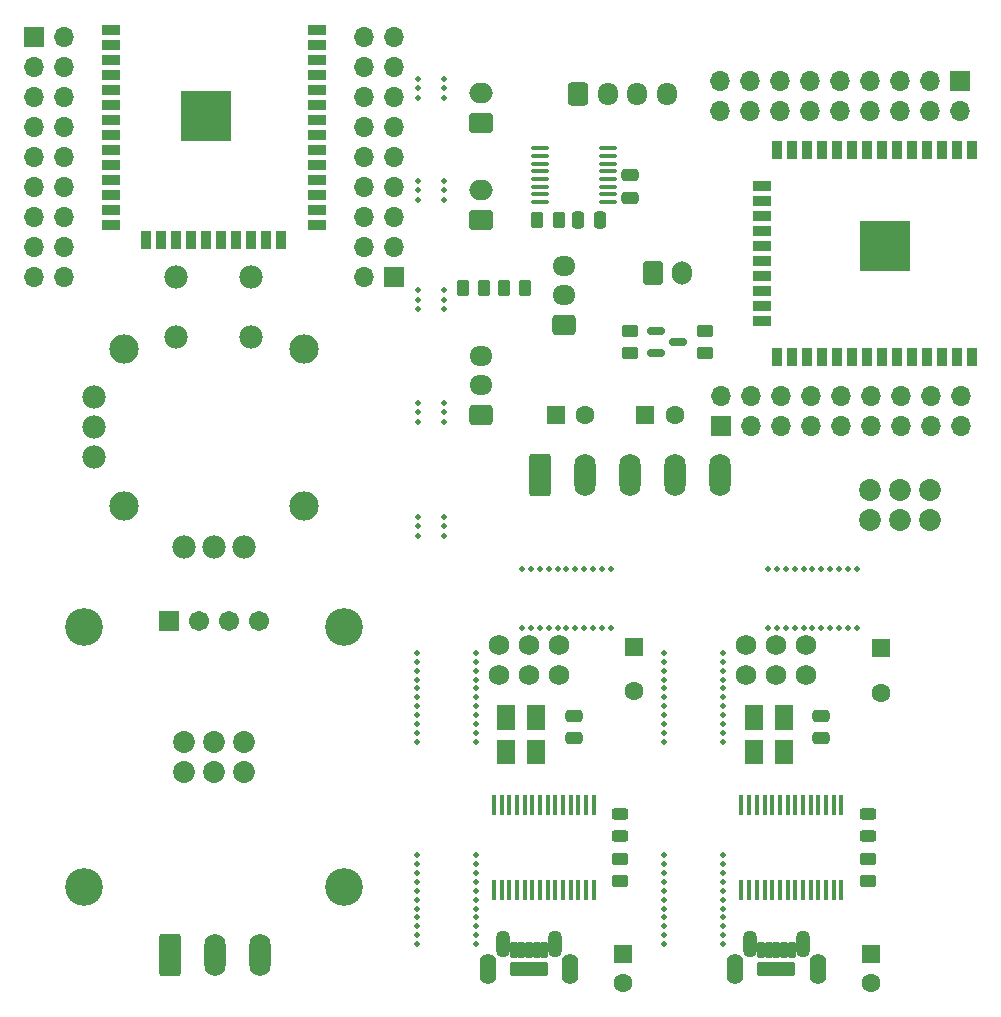
<source format=gbr>
G04 #@! TF.GenerationSoftware,KiCad,Pcbnew,6.0.11+dfsg-1*
G04 #@! TF.CreationDate,2024-10-22T12:29:11+02:00*
G04 #@! TF.ProjectId,kaarten_shieter,6b616172-7465-46e5-9f73-686965746572,rev?*
G04 #@! TF.SameCoordinates,Original*
G04 #@! TF.FileFunction,Soldermask,Top*
G04 #@! TF.FilePolarity,Negative*
%FSLAX46Y46*%
G04 Gerber Fmt 4.6, Leading zero omitted, Abs format (unit mm)*
G04 Created by KiCad (PCBNEW 6.0.11+dfsg-1) date 2024-10-22 12:29:11*
%MOMM*%
%LPD*%
G01*
G04 APERTURE LIST*
G04 Aperture macros list*
%AMRoundRect*
0 Rectangle with rounded corners*
0 $1 Rounding radius*
0 $2 $3 $4 $5 $6 $7 $8 $9 X,Y pos of 4 corners*
0 Add a 4 corners polygon primitive as box body*
4,1,4,$2,$3,$4,$5,$6,$7,$8,$9,$2,$3,0*
0 Add four circle primitives for the rounded corners*
1,1,$1+$1,$2,$3*
1,1,$1+$1,$4,$5*
1,1,$1+$1,$6,$7*
1,1,$1+$1,$8,$9*
0 Add four rect primitives between the rounded corners*
20,1,$1+$1,$2,$3,$4,$5,0*
20,1,$1+$1,$4,$5,$6,$7,0*
20,1,$1+$1,$6,$7,$8,$9,0*
20,1,$1+$1,$8,$9,$2,$3,0*%
%AMFreePoly0*
4,1,6,1.000000,0.000000,0.500000,-0.750000,-0.500000,-0.750000,-0.500000,0.750000,0.500000,0.750000,1.000000,0.000000,1.000000,0.000000,$1*%
G04 Aperture macros list end*
%ADD10R,1.700000X1.700000*%
%ADD11O,1.700000X1.700000*%
%ADD12C,0.500000*%
%ADD13R,1.600000X1.600000*%
%ADD14C,1.600000*%
%ADD15R,0.900000X1.500000*%
%ADD16R,1.500000X0.900000*%
%ADD17C,0.475000*%
%ADD18R,4.200000X4.200000*%
%ADD19RoundRect,0.250000X0.450000X-0.262500X0.450000X0.262500X-0.450000X0.262500X-0.450000X-0.262500X0*%
%ADD20RoundRect,0.250000X-0.650000X-1.550000X0.650000X-1.550000X0.650000X1.550000X-0.650000X1.550000X0*%
%ADD21O,1.800000X3.600000*%
%ADD22C,1.982000*%
%ADD23C,2.490000*%
%ADD24C,1.734000*%
%ADD25RoundRect,0.243750X-0.456250X0.243750X-0.456250X-0.243750X0.456250X-0.243750X0.456250X0.243750X0*%
%ADD26RoundRect,0.102000X-0.754000X-0.754000X0.754000X-0.754000X0.754000X0.754000X-0.754000X0.754000X0*%
%ADD27C,1.712000*%
%ADD28C,3.204000*%
%ADD29RoundRect,0.250000X-0.600000X-0.725000X0.600000X-0.725000X0.600000X0.725000X-0.600000X0.725000X0*%
%ADD30O,1.700000X1.950000*%
%ADD31R,0.450000X1.750000*%
%ADD32RoundRect,0.250000X0.725000X-0.600000X0.725000X0.600000X-0.725000X0.600000X-0.725000X-0.600000X0*%
%ADD33O,1.950000X1.700000*%
%ADD34RoundRect,0.100000X-0.637500X-0.100000X0.637500X-0.100000X0.637500X0.100000X-0.637500X0.100000X0*%
%ADD35RoundRect,0.250000X-0.262500X-0.450000X0.262500X-0.450000X0.262500X0.450000X-0.262500X0.450000X0*%
%ADD36RoundRect,0.102000X0.200000X-0.600000X0.200000X0.600000X-0.200000X0.600000X-0.200000X-0.600000X0*%
%ADD37O,1.404000X2.604000*%
%ADD38O,1.254000X2.304000*%
%ADD39RoundRect,0.102000X1.500000X-0.450000X1.500000X0.450000X-1.500000X0.450000X-1.500000X-0.450000X0*%
%ADD40RoundRect,0.250000X-0.450000X0.262500X-0.450000X-0.262500X0.450000X-0.262500X0.450000X0.262500X0*%
%ADD41RoundRect,0.250000X0.475000X-0.250000X0.475000X0.250000X-0.475000X0.250000X-0.475000X-0.250000X0*%
%ADD42RoundRect,0.250000X-0.250000X-0.475000X0.250000X-0.475000X0.250000X0.475000X-0.250000X0.475000X0*%
%ADD43RoundRect,0.250000X-0.600000X-0.750000X0.600000X-0.750000X0.600000X0.750000X-0.600000X0.750000X0*%
%ADD44O,1.700000X2.000000*%
%ADD45RoundRect,0.150000X-0.587500X-0.150000X0.587500X-0.150000X0.587500X0.150000X-0.587500X0.150000X0*%
%ADD46RoundRect,0.250000X0.750000X-0.600000X0.750000X0.600000X-0.750000X0.600000X-0.750000X-0.600000X0*%
%ADD47O,2.000000X1.700000*%
%ADD48R,1.500000X1.500000*%
%ADD49FreePoly0,270.000000*%
%ADD50FreePoly0,90.000000*%
%ADD51RoundRect,0.250000X-0.475000X0.250000X-0.475000X-0.250000X0.475000X-0.250000X0.475000X0.250000X0*%
%ADD52C,1.854000*%
G04 APERTURE END LIST*
D10*
X111441000Y-41780250D03*
D11*
X111441000Y-44320250D03*
X108901000Y-41780250D03*
X108901000Y-44320250D03*
X106361000Y-41780250D03*
X106361000Y-44320250D03*
X103821000Y-41780250D03*
X103821000Y-44320250D03*
X101281000Y-41780250D03*
X101281000Y-44320250D03*
X98741000Y-41780250D03*
X98741000Y-44320250D03*
X96201000Y-41780250D03*
X96201000Y-44320250D03*
X93661000Y-41780250D03*
X93661000Y-44320250D03*
X91121000Y-41780250D03*
X91121000Y-44320250D03*
D12*
X65575000Y-79502000D03*
X65575000Y-78702000D03*
X67775000Y-78702000D03*
X67775000Y-80302000D03*
X67775000Y-79502000D03*
X65575000Y-80302000D03*
X65445000Y-96980000D03*
X70445000Y-93230000D03*
X70445000Y-91730000D03*
X65445000Y-90230000D03*
X70445000Y-93980000D03*
X65445000Y-96230000D03*
X65445000Y-94730000D03*
X70445000Y-90230000D03*
X70445000Y-94730000D03*
X70445000Y-96980000D03*
X70445000Y-96980000D03*
X70445000Y-92480000D03*
X65445000Y-90980000D03*
X65445000Y-93980000D03*
X70445000Y-97730000D03*
X65445000Y-96980000D03*
X70445000Y-90980000D03*
X65445000Y-97730000D03*
X65445000Y-91730000D03*
X70445000Y-96230000D03*
X65445000Y-95480000D03*
X70445000Y-95480000D03*
X65445000Y-92480000D03*
X65445000Y-93230000D03*
D13*
X83820000Y-89683792D03*
D14*
X83820000Y-93483792D03*
D12*
X65445000Y-114875000D03*
X65445000Y-114125000D03*
X65445000Y-107375000D03*
X65445000Y-114125000D03*
X65445000Y-111875000D03*
X65445000Y-113375000D03*
X65445000Y-108125000D03*
X70445000Y-111125000D03*
X70445000Y-107375000D03*
X70445000Y-110375000D03*
X70445000Y-108125000D03*
X70445000Y-114125000D03*
X65445000Y-112625000D03*
X70445000Y-111875000D03*
X70445000Y-109625000D03*
X65445000Y-108875000D03*
X70445000Y-114875000D03*
X65445000Y-110375000D03*
X70445000Y-113375000D03*
X65445000Y-111125000D03*
X65445000Y-109625000D03*
X70445000Y-108875000D03*
X70445000Y-114125000D03*
X70445000Y-112625000D03*
D15*
X112431000Y-47685250D03*
X111161000Y-47685250D03*
X109891000Y-47685250D03*
X108621000Y-47685250D03*
X107351000Y-47685250D03*
X106081000Y-47685250D03*
X104811000Y-47685250D03*
X103541000Y-47685250D03*
X102271000Y-47685250D03*
X101001000Y-47685250D03*
X99731000Y-47685250D03*
X98461000Y-47685250D03*
X97191000Y-47685250D03*
X95921000Y-47685250D03*
D16*
X94671000Y-50725250D03*
X94671000Y-51995250D03*
X94671000Y-53265250D03*
X94671000Y-54535250D03*
X94671000Y-55805250D03*
X94671000Y-57075250D03*
X94671000Y-58345250D03*
X94671000Y-59615250D03*
X94671000Y-60885250D03*
X94671000Y-62155250D03*
D15*
X95921000Y-65185250D03*
X97191000Y-65185250D03*
X98461000Y-65185250D03*
X99731000Y-65185250D03*
X101001000Y-65185250D03*
X102271000Y-65185250D03*
X103541000Y-65185250D03*
X104811000Y-65185250D03*
X106081000Y-65185250D03*
X107351000Y-65185250D03*
X108621000Y-65185250D03*
X109891000Y-65185250D03*
X111161000Y-65185250D03*
X112431000Y-65185250D03*
D17*
X105091000Y-56517750D03*
X103566000Y-54992750D03*
X104328500Y-55755250D03*
X105853500Y-54230250D03*
X105853500Y-55755250D03*
X105853500Y-57280250D03*
X104328500Y-54230250D03*
X105091000Y-54992750D03*
X103566000Y-56517750D03*
X106616000Y-56517750D03*
X106616000Y-54992750D03*
D18*
X105091000Y-55755250D03*
D17*
X104328500Y-57280250D03*
D19*
X82685240Y-109497500D03*
X82685240Y-107672500D03*
D12*
X91400000Y-96980000D03*
X91400000Y-94730000D03*
X86400000Y-95480000D03*
X86400000Y-92480000D03*
X86400000Y-93980000D03*
X91400000Y-90980000D03*
X86400000Y-90980000D03*
X91400000Y-96230000D03*
X86400000Y-96230000D03*
X86400000Y-94730000D03*
X91400000Y-93230000D03*
X86400000Y-90230000D03*
X91400000Y-97730000D03*
X91400000Y-93980000D03*
X86400000Y-96980000D03*
X91400000Y-95480000D03*
X91400000Y-96980000D03*
X86400000Y-93230000D03*
X91400000Y-92480000D03*
X91400000Y-91730000D03*
X86400000Y-96980000D03*
X91400000Y-90230000D03*
X86400000Y-97730000D03*
X86400000Y-91730000D03*
X65575000Y-42418000D03*
X65575000Y-41618000D03*
X67775000Y-41618000D03*
X67775000Y-43218000D03*
X67775000Y-42418000D03*
X65575000Y-43218000D03*
D10*
X63500000Y-58420000D03*
D11*
X60960000Y-58420000D03*
X63500000Y-55880000D03*
X60960000Y-55880000D03*
X63500000Y-53340000D03*
X60960000Y-53340000D03*
X63500000Y-50800000D03*
X60960000Y-50800000D03*
X63500000Y-48260000D03*
X60960000Y-48260000D03*
X63500000Y-45720000D03*
X60960000Y-45720000D03*
X63500000Y-43180000D03*
X60960000Y-43180000D03*
X63500000Y-40640000D03*
X60960000Y-40640000D03*
X63500000Y-38100000D03*
X60960000Y-38100000D03*
D20*
X44560000Y-115775000D03*
D21*
X48370000Y-115775000D03*
X52180000Y-115775000D03*
D22*
X45085000Y-58438372D03*
X51435000Y-58438372D03*
X45085000Y-63518372D03*
X51435000Y-63518372D03*
X45720000Y-81298372D03*
X48260000Y-81298372D03*
X50800000Y-81298372D03*
D23*
X40640000Y-64470872D03*
X40640000Y-77805872D03*
X55880000Y-77805872D03*
X55880000Y-64470872D03*
D22*
X38100000Y-68598372D03*
X38100000Y-71138372D03*
X38100000Y-73678372D03*
D24*
X98425000Y-89535000D03*
X98425000Y-92075000D03*
X95885000Y-89535000D03*
X95885000Y-92075000D03*
X93345000Y-89535000D03*
X93345000Y-92075000D03*
D25*
X82685240Y-103837500D03*
X82685240Y-105712500D03*
D12*
X65575000Y-69850000D03*
X65575000Y-69050000D03*
X67775000Y-69050000D03*
X67775000Y-70650000D03*
X67775000Y-69850000D03*
X65575000Y-70650000D03*
D13*
X77191000Y-70104000D03*
D14*
X79691000Y-70104000D03*
D26*
X44450000Y-87560000D03*
D27*
X46990000Y-87560000D03*
X49530000Y-87560000D03*
X52070000Y-87560000D03*
D28*
X37260000Y-88060000D03*
X59260000Y-88060000D03*
X59260000Y-110060000D03*
X37260000Y-110060000D03*
D12*
X101933000Y-83098000D03*
X102683000Y-88098000D03*
X95933000Y-88098000D03*
X97433000Y-88098000D03*
X100433000Y-83098000D03*
X101933000Y-88098000D03*
X101183000Y-88098000D03*
X95933000Y-83098000D03*
X95183000Y-83098000D03*
X95183000Y-88098000D03*
X96683000Y-83098000D03*
X101933000Y-83098000D03*
X99683000Y-88098000D03*
X97433000Y-83098000D03*
X96683000Y-88098000D03*
X98183000Y-83098000D03*
X98183000Y-88098000D03*
X101933000Y-88098000D03*
X99683000Y-83098000D03*
X100433000Y-88098000D03*
X101183000Y-83098000D03*
X98933000Y-83098000D03*
X98933000Y-88098000D03*
X102683000Y-83098000D03*
D19*
X89851000Y-64834000D03*
X89851000Y-63009000D03*
D24*
X77470000Y-89535000D03*
X77470000Y-92075000D03*
X74930000Y-89535000D03*
X74930000Y-92075000D03*
X72390000Y-89535000D03*
X72390000Y-92075000D03*
D29*
X79116000Y-42909000D03*
D30*
X81616000Y-42909000D03*
X84116000Y-42909000D03*
X86616000Y-42909000D03*
D31*
X101380000Y-103080000D03*
X100730000Y-103080000D03*
X100080000Y-103080000D03*
X99430000Y-103080000D03*
X98780000Y-103080000D03*
X98130000Y-103080000D03*
X97480000Y-103080000D03*
X96830000Y-103080000D03*
X96180000Y-103080000D03*
X95530000Y-103080000D03*
X94880000Y-103080000D03*
X94230000Y-103080000D03*
X93580000Y-103080000D03*
X92930000Y-103080000D03*
X92930000Y-110280000D03*
X93580000Y-110280000D03*
X94230000Y-110280000D03*
X94880000Y-110280000D03*
X95530000Y-110280000D03*
X96180000Y-110280000D03*
X96830000Y-110280000D03*
X97480000Y-110280000D03*
X98130000Y-110280000D03*
X98780000Y-110280000D03*
X99430000Y-110280000D03*
X100080000Y-110280000D03*
X100730000Y-110280000D03*
X101380000Y-110280000D03*
D32*
X77896000Y-62444000D03*
D33*
X77896000Y-59944000D03*
X77896000Y-57444000D03*
D34*
X75877500Y-47509000D03*
X75877500Y-48159000D03*
X75877500Y-48809000D03*
X75877500Y-49459000D03*
X75877500Y-50109000D03*
X75877500Y-50759000D03*
X75877500Y-51409000D03*
X75877500Y-52059000D03*
X81602500Y-52059000D03*
X81602500Y-51409000D03*
X81602500Y-50759000D03*
X81602500Y-50109000D03*
X81602500Y-49459000D03*
X81602500Y-48809000D03*
X81602500Y-48159000D03*
X81602500Y-47509000D03*
D25*
X103640240Y-103837500D03*
X103640240Y-105712500D03*
D35*
X72786000Y-59309000D03*
X74611000Y-59309000D03*
D13*
X104775000Y-89803792D03*
D14*
X104775000Y-93603792D03*
D36*
X94585000Y-115409250D03*
X95235000Y-115409250D03*
X95885000Y-115409250D03*
X96535000Y-115409250D03*
X97185000Y-115409250D03*
D37*
X92385000Y-116959250D03*
D38*
X93660000Y-114859250D03*
D39*
X95885000Y-116959250D03*
D37*
X99385000Y-116959250D03*
D38*
X98110000Y-114859250D03*
D40*
X83501000Y-63009000D03*
X83501000Y-64834000D03*
D41*
X78740000Y-97470000D03*
X78740000Y-95570000D03*
D35*
X75627500Y-53594000D03*
X77452500Y-53594000D03*
D13*
X103875000Y-115702500D03*
D14*
X103875000Y-118202500D03*
D42*
X79056000Y-53594000D03*
X80956000Y-53594000D03*
D43*
X85406000Y-58039000D03*
D44*
X87906000Y-58039000D03*
D45*
X85658500Y-62971500D03*
X85658500Y-64871500D03*
X87533500Y-63921500D03*
D13*
X82920000Y-115702500D03*
D14*
X82920000Y-118202500D03*
D46*
X70911000Y-45319000D03*
D47*
X70911000Y-42819000D03*
D13*
X84771000Y-70104000D03*
D14*
X87271000Y-70104000D03*
D20*
X75881000Y-75184000D03*
D21*
X79691000Y-75184000D03*
X83501000Y-75184000D03*
X87311000Y-75184000D03*
X91121000Y-75184000D03*
D10*
X91181000Y-70995250D03*
D11*
X91181000Y-68455250D03*
X93721000Y-70995250D03*
X93721000Y-68455250D03*
X96261000Y-70995250D03*
X96261000Y-68455250D03*
X98801000Y-70995250D03*
X98801000Y-68455250D03*
X101341000Y-70995250D03*
X101341000Y-68455250D03*
X103881000Y-70995250D03*
X103881000Y-68455250D03*
X106421000Y-70995250D03*
X106421000Y-68455250D03*
X108961000Y-70995250D03*
X108961000Y-68455250D03*
X111501000Y-70995250D03*
X111501000Y-68455250D03*
D48*
X75565000Y-98355000D03*
X75565000Y-95955000D03*
D49*
X75565000Y-95155000D03*
D50*
X75565000Y-99155000D03*
D48*
X73025000Y-95955000D03*
X73025000Y-98355000D03*
D49*
X73025000Y-95155000D03*
D50*
X73025000Y-99155000D03*
D51*
X83501000Y-49784000D03*
X83501000Y-51684000D03*
D19*
X103640240Y-109497500D03*
X103640240Y-107672500D03*
D16*
X39510000Y-37470000D03*
X39510000Y-38740000D03*
X39510000Y-40010000D03*
X39510000Y-41280000D03*
X39510000Y-42550000D03*
X39510000Y-43820000D03*
X39510000Y-45090000D03*
X39510000Y-46360000D03*
X39510000Y-47630000D03*
X39510000Y-48900000D03*
X39510000Y-50170000D03*
X39510000Y-51440000D03*
X39510000Y-52710000D03*
X39510000Y-53980000D03*
D15*
X42550000Y-55230000D03*
X43820000Y-55230000D03*
X45090000Y-55230000D03*
X46360000Y-55230000D03*
X47630000Y-55230000D03*
X48900000Y-55230000D03*
X50170000Y-55230000D03*
X51440000Y-55230000D03*
X52710000Y-55230000D03*
X53980000Y-55230000D03*
D16*
X57010000Y-53980000D03*
X57010000Y-52710000D03*
X57010000Y-51440000D03*
X57010000Y-50170000D03*
X57010000Y-48900000D03*
X57010000Y-47630000D03*
X57010000Y-46360000D03*
X57010000Y-45090000D03*
X57010000Y-43820000D03*
X57010000Y-42550000D03*
X57010000Y-41280000D03*
X57010000Y-40010000D03*
X57010000Y-38740000D03*
X57010000Y-37470000D03*
D17*
X48342500Y-44810000D03*
X46817500Y-46335000D03*
X46055000Y-45572500D03*
X46055000Y-44047500D03*
X48342500Y-46335000D03*
X47580000Y-45572500D03*
X49105000Y-44047500D03*
X49105000Y-45572500D03*
X47580000Y-44047500D03*
X48342500Y-43285000D03*
X46817500Y-44810000D03*
D18*
X47580000Y-44810000D03*
D17*
X46817500Y-43285000D03*
D35*
X69341000Y-59309000D03*
X71166000Y-59309000D03*
D48*
X93980000Y-98355000D03*
X93980000Y-95955000D03*
D49*
X93980000Y-95155000D03*
D50*
X93980000Y-99155000D03*
D10*
X33020000Y-38100000D03*
D11*
X35560000Y-38100000D03*
X33020000Y-40640000D03*
X35560000Y-40640000D03*
X33020000Y-43180000D03*
X35560000Y-43180000D03*
X33020000Y-45720000D03*
X35560000Y-45720000D03*
X33020000Y-48260000D03*
X35560000Y-48260000D03*
X33020000Y-50800000D03*
X35560000Y-50800000D03*
X33020000Y-53340000D03*
X35560000Y-53340000D03*
X33020000Y-55880000D03*
X35560000Y-55880000D03*
X33020000Y-58420000D03*
X35560000Y-58420000D03*
D12*
X91400000Y-110375000D03*
X86400000Y-111125000D03*
X91400000Y-114125000D03*
X91400000Y-113375000D03*
X91400000Y-107375000D03*
X91400000Y-112625000D03*
X91400000Y-111875000D03*
X91400000Y-111125000D03*
X86400000Y-111875000D03*
X86400000Y-114875000D03*
X91400000Y-114125000D03*
X86400000Y-112625000D03*
X91400000Y-108875000D03*
X86400000Y-114125000D03*
X86400000Y-114125000D03*
X86400000Y-113375000D03*
X91400000Y-108125000D03*
X86400000Y-110375000D03*
X91400000Y-114875000D03*
X86400000Y-109625000D03*
X86400000Y-107375000D03*
X86400000Y-108125000D03*
X91400000Y-109625000D03*
X86400000Y-108875000D03*
D31*
X80425000Y-103080000D03*
X79775000Y-103080000D03*
X79125000Y-103080000D03*
X78475000Y-103080000D03*
X77825000Y-103080000D03*
X77175000Y-103080000D03*
X76525000Y-103080000D03*
X75875000Y-103080000D03*
X75225000Y-103080000D03*
X74575000Y-103080000D03*
X73925000Y-103080000D03*
X73275000Y-103080000D03*
X72625000Y-103080000D03*
X71975000Y-103080000D03*
X71975000Y-110280000D03*
X72625000Y-110280000D03*
X73275000Y-110280000D03*
X73925000Y-110280000D03*
X74575000Y-110280000D03*
X75225000Y-110280000D03*
X75875000Y-110280000D03*
X76525000Y-110280000D03*
X77175000Y-110280000D03*
X77825000Y-110280000D03*
X78475000Y-110280000D03*
X79125000Y-110280000D03*
X79775000Y-110280000D03*
X80425000Y-110280000D03*
D36*
X73630000Y-115409250D03*
X74280000Y-115409250D03*
X74930000Y-115409250D03*
X75580000Y-115409250D03*
X76230000Y-115409250D03*
D37*
X71430000Y-116959250D03*
D38*
X72705000Y-114859250D03*
D39*
X74930000Y-116959250D03*
D37*
X78430000Y-116959250D03*
D38*
X77155000Y-114859250D03*
D41*
X99695000Y-97470000D03*
X99695000Y-95570000D03*
D48*
X96520000Y-98355000D03*
X96520000Y-95955000D03*
D49*
X96520000Y-95155000D03*
D50*
X96520000Y-99155000D03*
D32*
X70911000Y-70064000D03*
D33*
X70911000Y-67564000D03*
X70911000Y-65064000D03*
D12*
X75855000Y-88098000D03*
X79605000Y-83098000D03*
X78855000Y-88098000D03*
X80355000Y-88098000D03*
X81105000Y-88098000D03*
X81855000Y-83098000D03*
X75855000Y-83098000D03*
X81105000Y-83098000D03*
X80355000Y-83098000D03*
X75105000Y-88098000D03*
X78855000Y-83098000D03*
X77355000Y-88098000D03*
X76605000Y-88098000D03*
X75105000Y-83098000D03*
X81105000Y-83098000D03*
X77355000Y-83098000D03*
X74355000Y-88098000D03*
X74355000Y-83098000D03*
X78105000Y-88098000D03*
X79605000Y-88098000D03*
X78105000Y-83098000D03*
X81105000Y-88098000D03*
X81855000Y-88098000D03*
X76605000Y-83098000D03*
D46*
X70911000Y-53574000D03*
D47*
X70911000Y-51074000D03*
D12*
X65575000Y-60325000D03*
X65575000Y-59525000D03*
X67775000Y-59525000D03*
X67775000Y-61125000D03*
X67775000Y-60325000D03*
X65575000Y-61125000D03*
X65575000Y-51054000D03*
X65575000Y-50254000D03*
X67775000Y-50254000D03*
X67775000Y-51854000D03*
X67775000Y-51054000D03*
X65575000Y-51854000D03*
D52*
X108901000Y-76454000D03*
X108901000Y-78994000D03*
X106361000Y-76454000D03*
X106361000Y-78994000D03*
X103821000Y-76454000D03*
X103821000Y-78994000D03*
X45720000Y-97790000D03*
X45720000Y-100330000D03*
X48260000Y-97790000D03*
X48260000Y-100330000D03*
X50800000Y-97790000D03*
X50800000Y-100330000D03*
M02*

</source>
